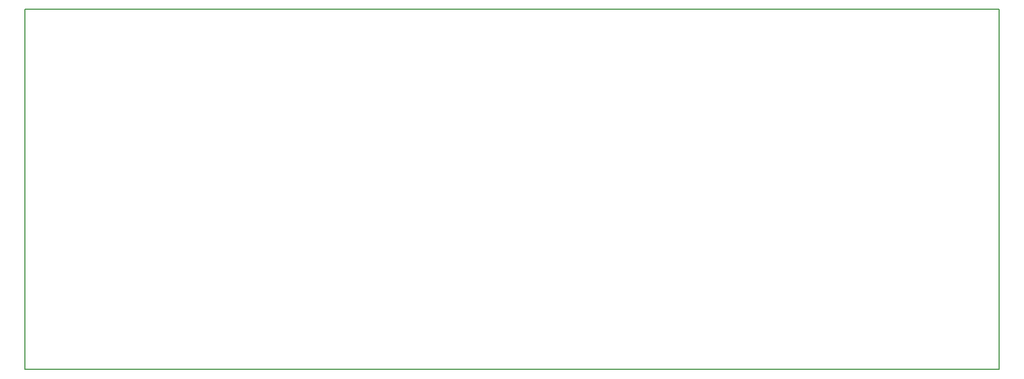
<source format=gm1>
G04 #@! TF.FileFunction,Profile,NP*
%FSLAX46Y46*%
G04 Gerber Fmt 4.6, Leading zero omitted, Abs format (unit mm)*
G04 Created by KiCad (PCBNEW 4.0.6) date 04/09/18 21:25:24*
%MOMM*%
%LPD*%
G01*
G04 APERTURE LIST*
%ADD10C,0.100000*%
%ADD11C,0.150000*%
G04 APERTURE END LIST*
D10*
D11*
X203200000Y-65532000D02*
X50800000Y-65532000D01*
X203200000Y-121920000D02*
X203200000Y-65532000D01*
X50800000Y-121920000D02*
X203200000Y-121920000D01*
X50800000Y-65532000D02*
X50800000Y-121920000D01*
M02*

</source>
